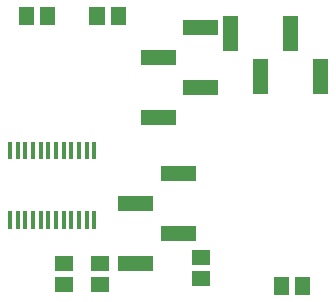
<source format=gbr>
G04 start of page 10 for group -4015 idx -4015 *
G04 Title: (unknown), toppaste *
G04 Creator: pcb 20140316 *
G04 CreationDate: Sat 04 Mar 2017 04:47:10 AM GMT UTC *
G04 For: petersen *
G04 Format: Gerber/RS-274X *
G04 PCB-Dimensions (mil): 2220.00 1040.00 *
G04 PCB-Coordinate-Origin: lower left *
%MOIN*%
%FSLAX25Y25*%
%LNTOPPASTE*%
%ADD66R,0.0500X0.0500*%
%ADD65R,0.0130X0.0130*%
%ADD64R,0.0512X0.0512*%
G54D64*X116043Y97393D02*Y96607D01*
X108957Y97393D02*Y96607D01*
G54D65*X108074Y54417D02*Y49811D01*
X105515Y54417D02*Y49811D01*
X102956Y54417D02*Y49811D01*
X100397Y54417D02*Y49811D01*
X97838Y54417D02*Y49811D01*
X95279Y54417D02*Y49811D01*
X92721Y54417D02*Y49811D01*
X90162Y54417D02*Y49811D01*
X87603Y54417D02*Y49811D01*
X85044Y54417D02*Y49811D01*
X82485Y54417D02*Y49811D01*
X79926Y54417D02*Y49811D01*
Y31189D02*Y26583D01*
X82485Y31189D02*Y26583D01*
X85044Y31189D02*Y26583D01*
X87603Y31189D02*Y26583D01*
X90162Y31189D02*Y26583D01*
X92721Y31189D02*Y26583D01*
X95279Y31189D02*Y26583D01*
X97838Y31189D02*Y26583D01*
X100397Y31189D02*Y26583D01*
X102956Y31189D02*Y26583D01*
X105515Y31189D02*Y26583D01*
X108074Y31189D02*Y26583D01*
G54D64*X143107Y9457D02*X143893D01*
X143107Y16543D02*X143893D01*
G54D66*X140260Y93000D02*X146913D01*
X126087Y83000D02*X132740D01*
X140260Y73000D02*X146913D01*
X126087Y63000D02*X132740D01*
X132760Y44500D02*X139413D01*
X118587Y34500D02*X125240D01*
X132760Y24500D02*X139413D01*
X118587Y14500D02*X125240D01*
X153500Y94413D02*Y87760D01*
X163500Y80240D02*Y73587D01*
X173500Y94413D02*Y87760D01*
X183500Y80240D02*Y73587D01*
G54D64*X109607Y14543D02*X110393D01*
X109607Y7457D02*X110393D01*
X97607Y14543D02*X98393D01*
X97607Y7457D02*X98393D01*
X177543Y7393D02*Y6607D01*
X170457Y7393D02*Y6607D01*
X85457Y97393D02*Y96607D01*
X92543Y97393D02*Y96607D01*
M02*

</source>
